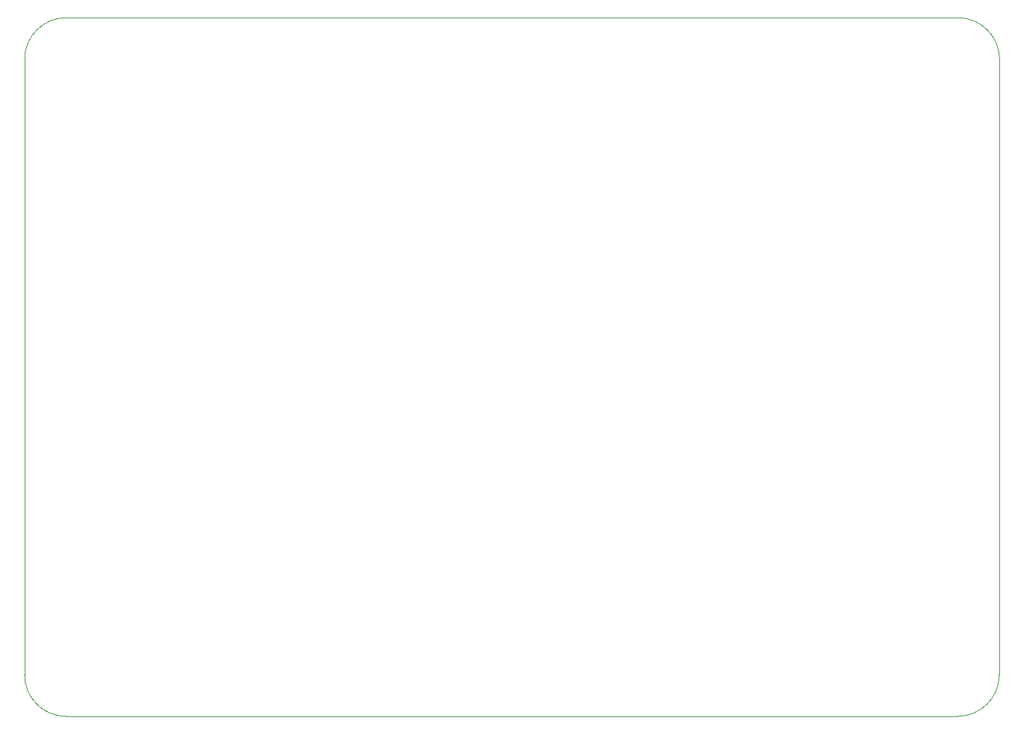
<source format=gm1>
G04 #@! TF.GenerationSoftware,KiCad,Pcbnew,8.0.3*
G04 #@! TF.CreationDate,2024-06-16T23:51:53-05:00*
G04 #@! TF.ProjectId,Linear Power Supply - Summer 2024,4c696e65-6172-4205-906f-776572205375,rev?*
G04 #@! TF.SameCoordinates,Original*
G04 #@! TF.FileFunction,Profile,NP*
%FSLAX46Y46*%
G04 Gerber Fmt 4.6, Leading zero omitted, Abs format (unit mm)*
G04 Created by KiCad (PCBNEW 8.0.3) date 2024-06-16 23:51:53*
%MOMM*%
%LPD*%
G01*
G04 APERTURE LIST*
G04 #@! TA.AperFunction,Profile*
%ADD10C,0.050000*%
G04 #@! TD*
G04 APERTURE END LIST*
D10*
X210500000Y-52535534D02*
X103535534Y-52535534D01*
X103500000Y-136428932D02*
X210500000Y-136428932D01*
X98535534Y-131464466D02*
X98535534Y-57535534D01*
X215464466Y-131464466D02*
X215464466Y-59000000D01*
X103500000Y-136428932D02*
G75*
G02*
X98535534Y-131464466I0J4964466D01*
G01*
X215464466Y-131464466D02*
G75*
G02*
X210500000Y-136428932I-4964466J0D01*
G01*
X98535534Y-57535534D02*
G75*
G02*
X103535534Y-52535534I5000000J0D01*
G01*
X215464466Y-59000000D02*
X215500000Y-58035534D01*
X215500000Y-58035534D02*
X215500000Y-57535534D01*
X210500000Y-52535534D02*
G75*
G02*
X215500000Y-57535534I0J-5000000D01*
G01*
M02*

</source>
